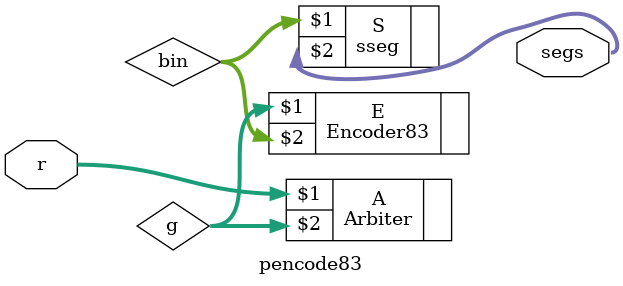
<source format=v>
module pencode83(r,segs);  //SW_In,Digitron_Out
  input wire [7:0]r;
  output wire [6:0]segs;
  
  wire [7:0] g;
  wire [2:0] bin;

  Arbiter #(8) A(r,g);
  Encoder83 E(g,bin);
  sseg S(bin, segs);
endmodule

</source>
